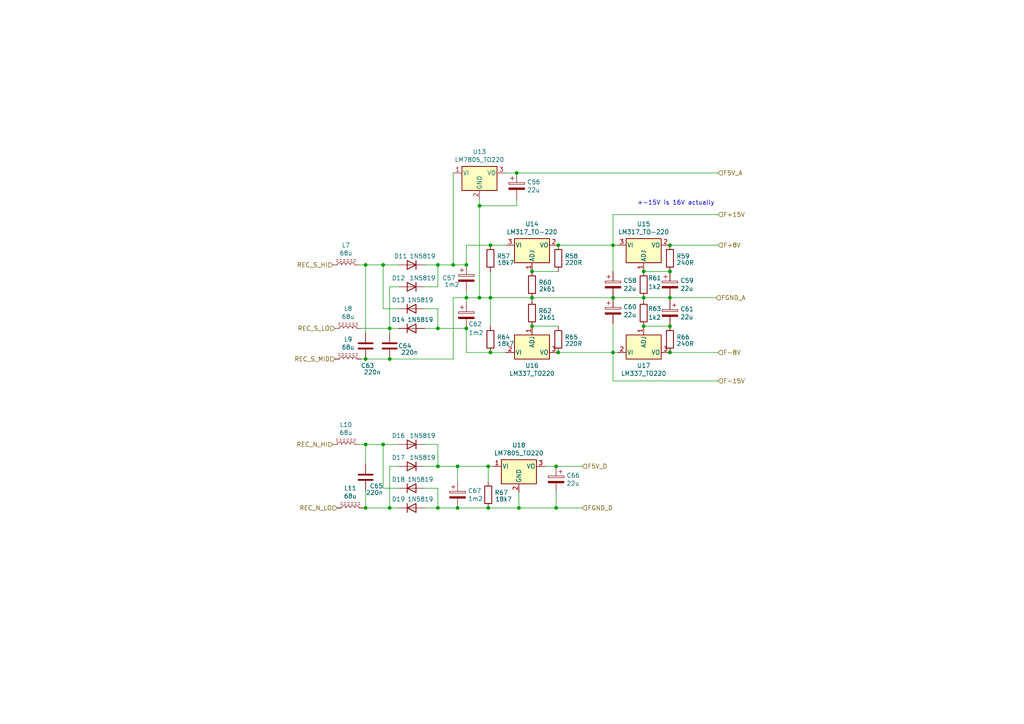
<source format=kicad_sch>
(kicad_sch (version 20211123) (generator eeschema)
  (paper "A4")
  (lib_symbols
    (symbol "Device:C" (pin_numbers hide) (pin_names (offset 0.254))
      (property "Reference" "C" (at 0.635 2.54 0))
      (property "Value" "C" (at 0.635 -2.54 0))
      (symbol "C_0_1"
        (polyline (pts (xy -2.032 -0.762) (xy 2.032 -0.762)) (stroke (width 0.508)))
        (polyline (pts (xy -2.032 0.762) (xy 2.032 0.762)) (stroke (width 0.508)))
      )
      (symbol "C_1_1"
        (pin passive line (at 0 3.81 270) (length 2.794) (name "~") (number "1"))
        (pin passive line (at 0 -3.81 90) (length 2.794) (name "~") (number "2"))
      )
    )
    (symbol "Device:CP" (pin_numbers hide) (pin_names (offset 0.254))
      (property "Reference" "C" (at 0.635 2.54 0))
      (property "Value" "Device_CP" (at 0.635 -2.54 0))
      (symbol "CP_0_1"
        (rectangle (start -2.286 0.508) (end 2.286 1.016))
        (polyline (pts (xy -1.778 2.286) (xy -0.762 2.286)))
        (polyline (pts (xy -1.27 2.794) (xy -1.27 1.778)))
        (rectangle (start 2.286 -0.508) (end -2.286 -1.016) (fill (type outline)))
      )
      (symbol "CP_1_1"
        (pin passive line (at 0 3.81 270) (length 2.794) (name "~") (number "1"))
        (pin passive line (at 0 -3.81 90) (length 2.794) (name "~") (number "2"))
      )
    )
    (symbol "Device:L_Core_Ferrite" (pin_numbers hide) (pin_names (offset 1.016) hide)
      (property "Reference" "L" (at -1.27 0 90))
      (property "Value" "Device_L_Core_Ferrite" (at 2.794 0 90))
      (symbol "L_Core_Ferrite_0_1"
        (arc (start 0 -2.54) (mid 0.635 -1.905) (end 0 -1.27))
        (arc (start 0 -1.27) (mid 0.635 -0.635) (end 0 0))
        (polyline (pts (xy 1.016 -2.794) (xy 1.016 -2.286)))
        (polyline (pts (xy 1.016 -1.778) (xy 1.016 -1.27)))
        (polyline (pts (xy 1.016 -0.762) (xy 1.016 -0.254)))
        (polyline (pts (xy 1.016 0.254) (xy 1.016 0.762)))
        (polyline (pts (xy 1.016 1.27) (xy 1.016 1.778)))
        (polyline (pts (xy 1.016 2.286) (xy 1.016 2.794)))
        (polyline (pts (xy 1.524 -2.286) (xy 1.524 -2.794)))
        (polyline (pts (xy 1.524 -1.27) (xy 1.524 -1.778)))
        (polyline (pts (xy 1.524 -0.254) (xy 1.524 -0.762)))
        (polyline (pts (xy 1.524 0.762) (xy 1.524 0.254)))
        (polyline (pts (xy 1.524 1.778) (xy 1.524 1.27)))
        (polyline (pts (xy 1.524 2.794) (xy 1.524 2.286)))
        (arc (start 0 0) (mid 0.635 0.635) (end 0 1.27))
        (arc (start 0 1.27) (mid 0.635 1.905) (end 0 2.54))
      )
      (symbol "L_Core_Ferrite_1_1"
        (pin passive line (at 0 3.81 270) (length 1.27) (name "1") (number "1"))
        (pin passive line (at 0 -3.81 90) (length 1.27) (name "2") (number "2"))
      )
    )
    (symbol "Device:R" (pin_numbers hide) (pin_names (offset 0))
      (property "Reference" "R" (at 2.032 0 90))
      (property "Value" "R" (at 0 0 90))
      (symbol "R_0_1"
        (rectangle (start -1.016 -2.54) (end 1.016 2.54) (stroke (width 0.254)))
      )
      (symbol "R_1_1"
        (pin passive line (at 0 3.81 270) (length 1.27) (name "~") (number "1"))
        (pin passive line (at 0 -3.81 90) (length 1.27) (name "~") (number "2"))
      )
    )
    (symbol "Diode:1N4007" (pin_numbers hide) (pin_names (offset 1.016) hide)
      (property "Reference" "D" (at 0 2.54 0))
      (property "Value" "1N4007" (at 0 -2.54 0))
      (symbol "1N4007_0_1"
        (polyline (pts (xy -1.27 1.27) (xy -1.27 -1.27)) (stroke (width 0.254)))
        (polyline (pts (xy 1.27 0) (xy -1.27 0)))
        (polyline (pts (xy 1.27 1.27) (xy 1.27 -1.27) (xy -1.27 0) (xy 1.27 1.27)) (stroke (width 0.254)))
      )
      (symbol "1N4007_1_1"
        (pin passive line (at -3.81 0 0) (length 2.54) (name "K") (number "1"))
        (pin passive line (at 3.81 0 180) (length 2.54) (name "A") (number "2"))
      )
    )
    (symbol "Regulator_Linear:LM317_TO-220" (pin_names (offset 0.254))
      (property "Reference" "U" (at -3.81 3.175 0))
      (property "Value" "LM317_TO-220" (at 0 3.175 0))
      (symbol "LM317_TO-220_0_1"
        (rectangle (start -5.08 1.905) (end 5.08 -5.08) (stroke (width 0.254)) (fill (type background)))
      )
      (symbol "LM317_TO-220_1_1"
        (pin input line (at 0 -7.62 90) (length 2.54) (name "ADJ") (number "1"))
        (pin power_out line (at 7.62 0 180) (length 2.54) (name "VO") (number "2"))
        (pin power_in line (at -7.62 0 0) (length 2.54) (name "VI") (number "3"))
      )
    )
    (symbol "Regulator_Linear:LM337_TO220" (pin_names (offset 0.254))
      (property "Reference" "U" (at -3.81 -3.175 0))
      (property "Value" "LM337_TO220" (at 0 -3.175 0))
      (symbol "LM337_TO220_0_1"
        (rectangle (start -5.08 5.08) (end 5.08 -1.905) (stroke (width 0.254)) (fill (type background)))
      )
      (symbol "LM337_TO220_1_1"
        (pin input line (at 0 7.62 270) (length 2.54) (name "ADJ") (number "1"))
        (pin power_in line (at -7.62 0 0) (length 2.54) (name "VI") (number "2"))
        (pin power_out line (at 7.62 0 180) (length 2.54) (name "VO") (number "3"))
      )
    )
    (symbol "Regulator_Linear:LM7805_TO220" (pin_names (offset 0.254))
      (property "Reference" "U" (at -3.81 3.175 0))
      (property "Value" "LM7805_TO220" (at 0 3.175 0))
      (symbol "LM7805_TO220_0_1"
        (rectangle (start -5.08 1.905) (end 5.08 -5.08) (stroke (width 0.254)) (fill (type background)))
      )
      (symbol "LM7805_TO220_1_1"
        (pin power_in line (at -7.62 0 0) (length 2.54) (name "VI") (number "1"))
        (pin power_in line (at 0 -7.62 90) (length 2.54) (name "GND") (number "2"))
        (pin power_out line (at 7.62 0 180) (length 2.54) (name "VO") (number "3"))
      )
    )
  )
  (junction (at 135.255 95.25))
  (junction (at 127 76.835))
  (junction (at 132.715 135.255))
  (junction (at 139.065 59.69))
  (junction (at 161.29 135.255))
  (junction (at 177.8 71.12))
  (junction (at 177.8 102.235))
  (junction (at 154.305 94.615))
  (junction (at 150.495 147.32))
  (junction (at 113.03 147.32))
  (junction (at 127 95.25))
  (junction (at 161.925 102.235))
  (junction (at 194.31 78.74))
  (junction (at 194.31 94.615))
  (junction (at 161.29 147.32))
  (junction (at 154.305 78.74))
  (junction (at 142.24 86.36))
  (junction (at 194.31 71.12))
  (junction (at 139.065 86.36))
  (junction (at 141.605 147.32))
  (junction (at 141.605 135.255))
  (junction (at 132.715 147.32))
  (junction (at 113.03 104.14))
  (junction (at 149.86 50.165))
  (junction (at 194.31 102.235))
  (junction (at 127 135.255))
  (junction (at 135.255 76.835))
  (junction (at 131.445 76.835))
  (junction (at 127 147.32))
  (junction (at 142.24 102.235))
  (junction (at 142.24 71.12))
  (junction (at 111.125 76.835))
  (junction (at 113.03 95.25))
  (junction (at 186.69 86.36))
  (junction (at 111.125 128.905))
  (junction (at 135.255 86.36))
  (junction (at 186.69 78.74))
  (junction (at 154.305 86.36))
  (junction (at 106.045 76.835))
  (junction (at 186.69 94.615))
  (junction (at 106.045 104.14))
  (junction (at 106.045 147.32))
  (junction (at 161.925 71.12))
  (junction (at 194.31 86.36))
  (junction (at 106.045 128.905))
  (junction (at 177.8 86.36))
  (wire (pts (xy 132.715 147.32) (xy 141.605 147.32)))
  (wire (pts (xy 127 147.32) (xy 127 141.605)))
  (wire (pts (xy 127 128.905) (xy 123.19 128.905)))
  (wire (pts (xy 127 141.605) (xy 123.19 141.605)))
  (wire (pts (xy 141.605 135.255) (xy 132.715 135.255)))
  (wire (pts (xy 186.69 94.615) (xy 194.31 94.615)))
  (wire (pts (xy 132.715 135.255) (xy 132.715 139.7)))
  (wire (pts (xy 104.775 104.14) (xy 106.045 104.14)))
  (wire (pts (xy 135.255 102.235) (xy 135.255 95.25)))
  (wire (pts (xy 113.03 83.185) (xy 113.03 95.25)))
  (wire (pts (xy 177.8 110.49) (xy 208.28 110.49)))
  (wire (pts (xy 127 135.255) (xy 132.715 135.255)))
  (wire (pts (xy 106.045 147.32) (xy 113.03 147.32)))
  (wire (pts (xy 141.605 147.32) (xy 150.495 147.32)))
  (wire (pts (xy 177.8 86.36) (xy 186.69 86.36)))
  (wire (pts (xy 132.715 147.32) (xy 127 147.32)))
  (wire (pts (xy 131.445 104.14) (xy 131.445 86.36)))
  (wire (pts (xy 127 83.185) (xy 127 76.835)))
  (wire (pts (xy 104.14 76.835) (xy 106.045 76.835)))
  (wire (pts (xy 127 76.835) (xy 123.19 76.835)))
  (wire (pts (xy 154.305 86.995) (xy 154.305 86.36)))
  (wire (pts (xy 177.8 71.12) (xy 179.07 71.12)))
  (wire (pts (xy 161.925 102.235) (xy 177.8 102.235)))
  (wire (pts (xy 161.925 71.12) (xy 177.8 71.12)))
  (wire (pts (xy 194.31 71.12) (xy 208.28 71.12)))
  (wire (pts (xy 177.8 102.235) (xy 179.07 102.235)))
  (wire (pts (xy 142.24 102.235) (xy 135.255 102.235)))
  (wire (pts (xy 150.495 147.32) (xy 150.495 142.875)))
  (wire (pts (xy 123.19 135.255) (xy 127 135.255)))
  (wire (pts (xy 113.03 135.255) (xy 113.03 147.32)))
  (wire (pts (xy 113.03 95.25) (xy 115.57 95.25)))
  (wire (pts (xy 154.305 94.615) (xy 161.925 94.615)))
  (wire (pts (xy 141.605 139.7) (xy 141.605 135.255)))
  (wire (pts (xy 106.045 128.905) (xy 111.125 128.905)))
  (wire (pts (xy 139.065 59.69) (xy 139.065 86.36)))
  (wire (pts (xy 127 89.535) (xy 123.19 89.535)))
  (wire (pts (xy 161.29 135.255) (xy 168.91 135.255)))
  (wire (pts (xy 115.57 135.255) (xy 113.03 135.255)))
  (wire (pts (xy 194.31 86.995) (xy 194.31 86.36)))
  (wire (pts (xy 131.445 86.36) (xy 135.255 86.36)))
  (wire (pts (xy 127 95.25) (xy 127 89.535)))
  (wire (pts (xy 135.255 86.36) (xy 135.255 84.455)))
  (wire (pts (xy 135.255 87.63) (xy 135.255 86.36)))
  (wire (pts (xy 105.41 147.32) (xy 106.045 147.32)))
  (wire (pts (xy 177.8 62.23) (xy 208.28 62.23)))
  (wire (pts (xy 135.255 71.12) (xy 135.255 76.835)))
  (wire (pts (xy 123.19 83.185) (xy 127 83.185)))
  (wire (pts (xy 154.305 86.36) (xy 142.24 86.36)))
  (wire (pts (xy 111.125 76.835) (xy 115.57 76.835)))
  (wire (pts (xy 186.69 86.36) (xy 194.31 86.36)))
  (wire (pts (xy 113.03 104.14) (xy 131.445 104.14)))
  (wire (pts (xy 158.115 135.255) (xy 161.29 135.255)))
  (wire (pts (xy 142.24 71.12) (xy 135.255 71.12)))
  (wire (pts (xy 154.305 86.36) (xy 177.8 86.36)))
  (wire (pts (xy 127 135.255) (xy 127 128.905)))
  (wire (pts (xy 106.045 76.835) (xy 111.125 76.835)))
  (wire (pts (xy 150.495 147.32) (xy 161.29 147.32)))
  (wire (pts (xy 177.8 71.12) (xy 177.8 78.74)))
  (wire (pts (xy 106.045 134.62) (xy 106.045 128.905)))
  (wire (pts (xy 111.125 141.605) (xy 111.125 128.905)))
  (wire (pts (xy 115.57 141.605) (xy 111.125 141.605)))
  (wire (pts (xy 161.29 142.875) (xy 161.29 147.32)))
  (wire (pts (xy 142.24 78.74) (xy 142.24 86.36)))
  (wire (pts (xy 113.03 96.52) (xy 113.03 95.25)))
  (wire (pts (xy 194.31 102.235) (xy 208.28 102.235)))
  (wire (pts (xy 106.045 96.52) (xy 106.045 76.835)))
  (wire (pts (xy 135.255 76.835) (xy 131.445 76.835)))
  (wire (pts (xy 142.24 94.615) (xy 142.24 86.36)))
  (wire (pts (xy 131.445 50.165) (xy 131.445 76.835)))
  (wire (pts (xy 177.8 93.98) (xy 177.8 102.235)))
  (wire (pts (xy 111.125 89.535) (xy 111.125 76.835)))
  (wire (pts (xy 123.19 95.25) (xy 127 95.25)))
  (wire (pts (xy 104.14 128.905) (xy 106.045 128.905)))
  (wire (pts (xy 149.86 57.785) (xy 149.86 59.69)))
  (wire (pts (xy 177.8 102.235) (xy 177.8 110.49)))
  (wire (pts (xy 194.31 86.36) (xy 207.645 86.36)))
  (wire (pts (xy 149.86 50.165) (xy 208.28 50.165)))
  (wire (pts (xy 111.125 128.905) (xy 115.57 128.905)))
  (wire (pts (xy 146.685 102.235) (xy 142.24 102.235)))
  (wire (pts (xy 139.065 57.785) (xy 139.065 59.69)))
  (wire (pts (xy 146.685 50.165) (xy 149.86 50.165)))
  (wire (pts (xy 149.86 59.69) (xy 139.065 59.69)))
  (wire (pts (xy 186.69 78.74) (xy 194.31 78.74)))
  (wire (pts (xy 142.875 135.255) (xy 141.605 135.255)))
  (wire (pts (xy 177.8 71.12) (xy 177.8 62.23)))
  (wire (pts (xy 139.065 86.36) (xy 135.255 86.36)))
  (wire (pts (xy 146.685 71.12) (xy 142.24 71.12)))
  (wire (pts (xy 135.255 95.25) (xy 127 95.25)))
  (wire (pts (xy 115.57 83.185) (xy 113.03 83.185)))
  (wire (pts (xy 139.065 86.36) (xy 142.24 86.36)))
  (wire (pts (xy 104.775 95.25) (xy 113.03 95.25)))
  (wire (pts (xy 186.69 86.995) (xy 186.69 86.36)))
  (wire (pts (xy 161.29 147.32) (xy 168.91 147.32)))
  (wire (pts (xy 131.445 76.835) (xy 127 76.835)))
  (wire (pts (xy 106.045 104.14) (xy 113.03 104.14)))
  (wire (pts (xy 115.57 89.535) (xy 111.125 89.535)))
  (wire (pts (xy 154.305 78.74) (xy 161.925 78.74)))
  (wire (pts (xy 113.03 147.32) (xy 115.57 147.32)))
  (wire (pts (xy 106.045 142.24) (xy 106.045 147.32)))
  (wire (pts (xy 123.19 147.32) (xy 127 147.32)))
  (text "+-15V is 16V actually" (at 184.785 59.69 0) (effects (font (size 1.27 1.27)) (justify left bottom)))
  (hierarchical_label "F5V_D" (shape input) (at 168.91 135.255 0))
  (hierarchical_label "REC_S_HI" (shape input) (at 96.52 76.835 180))
  (hierarchical_label "REC_S_LO" (shape input) (at 97.155 95.25 180))
  (hierarchical_label "F5V_A" (shape input) (at 208.28 50.165 0))
  (hierarchical_label "REC_N_HI" (shape input) (at 96.52 128.905 180))
  (hierarchical_label "REC_N_LO" (shape input) (at 97.79 147.32 180))
  (hierarchical_label "F+8V" (shape input) (at 208.28 71.12 0))
  (hierarchical_label "F+15V" (shape input) (at 208.28 62.23 0))
  (hierarchical_label "F-15V" (shape input) (at 208.28 110.49 0))
  (hierarchical_label "FGND_D" (shape input) (at 168.91 147.32 0))
  (hierarchical_label "F-8V" (shape input) (at 208.28 102.235 0))
  (hierarchical_label "FGND_A" (shape input) (at 207.645 86.36 0))
  (hierarchical_label "REC_S_MID" (shape input) (at 97.155 104.14 180))
  (symbol (lib_id "Device:R") (at 161.925 98.425 0) (unit 1)
    (property "Reference" "R65" (at 165.735 97.79 0))
    (property "Value" "220R" (at 166.37 99.695 0))
    (property "Footprint" "Resistor_SMD:R_MiniMELF_MMA-0204" (effects hide))
    (property "PN" "MMA02040C2200" (effects hide))
    (property "supplier" "TME" (effects hide))
  )
  (symbol (lib_id "Diode:1N4007") (at 119.38 135.255 180) (unit 1)
    (property "Reference" "D17" (at 115.57 132.715 0))
    (property "Value" "1N5819" (at 122.555 132.715 0))
    (property "Footprint" "Diode_SMD:D_MELF" (effects hide))
    (property "Datasheet" "http://www.vishay.com/docs/88503/1n4001.pdf" (effects hide))
    (property "PN" "SM5819" (effects hide))
    (property "supplier" "TME" (effects hide))
  )
  (symbol (lib_id "Diode:1N4007") (at 119.38 147.32 0) (mirror x) (unit 1)
    (property "Reference" "D19" (at 115.57 144.78 0))
    (property "Value" "1N5819" (at 121.92 144.78 0))
    (property "Footprint" "Diode_SMD:D_MELF" (effects hide))
    (property "Datasheet" "http://www.vishay.com/docs/88503/1n4001.pdf" (effects hide))
    (property "PN" "SM5819" (effects hide))
    (property "supplier" "TME" (effects hide))
  )
  (symbol (lib_id "Device:CP") (at 135.255 91.44 0) (unit 1)
    (property "Reference" "C62" (at 135.89 93.98 0) (effects (justify left)))
    (property "Value" "1m2" (at 135.89 96.52 0) (effects (justify left)))
    (property "Footprint" "Capacitor_THT:CP_Radial_D12.5mm_P5.00mm" (effects hide))
    (property "supplier" "TME" (effects hide))
    (property "PN" "EEUFR1V122B" (effects hide))
  )
  (symbol (lib_id "Regulator_Linear:LM337_TO220") (at 154.305 102.235 0) (unit 1)
    (property "Reference" "U16" (at 154.305 106.0196 0))
    (property "Value" "LM337_TO220" (at 154.305 108.331 0))
    (property "Footprint" "Package_TO_SOT_THT:TO-220-3_Vertical" (effects hide))
    (property "Datasheet" "http://www.ti.com/lit/ds/symlink/lm337-n.pdf" (effects hide))
    (property "PN" "LM337TG" (effects hide))
    (property "supplier" "TME" (effects hide))
  )
  (symbol (lib_id "Diode:1N4007") (at 119.38 83.185 180) (unit 1)
    (property "Reference" "D12" (at 115.57 80.645 0))
    (property "Value" "1N5819" (at 122.555 80.645 0))
    (property "Footprint" "Diode_SMD:D_MELF" (effects hide))
    (property "Datasheet" "http://www.vishay.com/docs/88503/1n4001.pdf" (effects hide))
    (property "PN" "SM5819" (effects hide))
    (property "supplier" "TME" (effects hide))
  )
  (symbol (lib_id "Device:R") (at 154.305 82.55 0) (unit 1)
    (property "Reference" "R60" (at 158.115 81.915 0))
    (property "Value" "2k61" (at 158.75 83.82 0))
    (property "Footprint" "Resistor_SMD:R_MiniMELF_MMA-0204" (effects hide))
    (property "supplier" "MOUSER" (effects hide))
    (property "PN" "MMA02040C2611FB3" (effects hide))
  )
  (symbol (lib_id "Regulator_Linear:LM7805_TO220") (at 150.495 135.255 0) (unit 1)
    (property "Reference" "U18" (at 150.495 129.1082 0))
    (property "Value" "LM7805_TO220" (at 150.495 131.4196 0))
    (property "Footprint" "Package_TO_SOT_THT:TO-220-3_Vertical" (effects hide))
    (property "Datasheet" "https://www.onsemi.cn/PowerSolutions/document/MC7800-D.PDF" (effects hide))
    (property "PN" "L7805ABV" (effects hide))
    (property "supplier" "TME" (effects hide))
  )
  (symbol (lib_id "Device:C") (at 106.045 100.33 180) (unit 1)
    (property "Reference" "C63" (at 108.585 106.045 0) (effects (justify left)))
    (property "Value" "220n" (at 110.49 107.95 0) (effects (justify left)))
    (property "Footprint" "Capacitor_SMD:C_0805_2012Metric_Pad1.18x1.45mm_HandSolder" (effects hide))
    (property "PN" "VJ0805Y224KXATW1BC" (effects hide))
    (property "supplier" "TME" (effects hide))
  )
  (symbol (lib_id "Diode:1N4007") (at 119.38 128.905 180) (unit 1)
    (property "Reference" "D16" (at 115.57 126.365 0))
    (property "Value" "1N5819" (at 122.555 126.365 0))
    (property "Footprint" "Diode_SMD:D_MELF" (effects hide))
    (property "Datasheet" "http://www.vishay.com/docs/88503/1n4001.pdf" (effects hide))
    (property "PN" "SM5819" (effects hide))
    (property "supplier" "TME" (effects hide))
  )
  (symbol (lib_id "Device:L_Core_Ferrite") (at 100.965 104.14 90) (unit 1)
    (property "Reference" "L9" (at 100.965 98.425 90))
    (property "Value" "68u" (at 100.965 100.7364 90))
    (property "Footprint" "Inductor_SMD:L_Bourns_SRN6045TA" (effects hide))
    (property "PN" "SRN6045TA-680M" (effects hide))
    (property "supplier" "TME" (effects hide))
  )
  (symbol (lib_id "Device:CP") (at 177.8 90.17 0) (unit 1)
    (property "Reference" "C60" (at 180.7972 89.0016 0) (effects (justify left)))
    (property "Value" "22u" (at 180.7972 91.313 0) (effects (justify left)))
    (property "Footprint" "Capacitor_Tantalum_SMD:CP_EIA-6032-28_Kemet-C_Pad2.25x2.35mm_HandSolder" (effects hide))
    (property "PN" "T491C226K025AT" (effects hide))
    (property "supplier" "TME" (effects hide))
  )
  (symbol (lib_id "Regulator_Linear:LM317_TO-220") (at 154.305 71.12 0) (unit 1)
    (property "Reference" "U14" (at 154.305 64.9732 0))
    (property "Value" "LM317_TO-220" (at 154.305 67.2846 0))
    (property "Footprint" "Package_TO_SOT_THT:TO-220-3_Vertical" (effects hide))
    (property "Datasheet" "http://www.ti.com/lit/ds/symlink/lm317.pdf" (effects hide))
    (property "PN" "LM317BTG" (effects hide))
    (property "supplier" "TME" (effects hide))
  )
  (symbol (lib_id "Device:L_Core_Ferrite") (at 101.6 147.32 90) (unit 1)
    (property "Reference" "L11" (at 101.6 141.605 90))
    (property "Value" "68u" (at 101.6 143.9164 90))
    (property "Footprint" "Inductor_SMD:L_Bourns_SRN6045TA" (effects hide))
    (property "PN" "SRN6045TA-680M" (effects hide))
    (property "supplier" "TME" (effects hide))
  )
  (symbol (lib_id "Device:R") (at 142.24 74.93 0) (unit 1)
    (property "Reference" "R57" (at 146.05 74.295 0))
    (property "Value" "18k7" (at 146.685 76.2 0))
    (property "Footprint" "Resistor_SMD:R_MiniMELF_MMA-0204" (effects hide))
    (property "PN" "SMDMM0204-18K7" (effects hide))
    (property "supplier" "TME" (effects hide))
  )
  (symbol (lib_id "Device:R") (at 161.925 74.93 0) (unit 1)
    (property "Reference" "R58" (at 165.735 74.295 0))
    (property "Value" "220R" (at 166.37 76.2 0))
    (property "Footprint" "Resistor_SMD:R_MiniMELF_MMA-0204" (effects hide))
    (property "PN" "MMA02040C2200" (effects hide))
    (property "supplier" "TME" (effects hide))
  )
  (symbol (lib_id "Device:R") (at 186.69 90.805 0) (unit 1)
    (property "Reference" "R63" (at 189.865 89.535 0))
    (property "Value" "1k2" (at 189.865 92.075 0))
    (property "Footprint" "Resistor_SMD:R_MiniMELF_MMA-0204" (effects hide))
    (property "PN" "MMA02040C1201" (effects hide))
    (property "supplier" "TME" (effects hide))
  )
  (symbol (lib_id "Regulator_Linear:LM7805_TO220") (at 139.065 50.165 0) (unit 1)
    (property "Reference" "U13" (at 139.065 44.0182 0))
    (property "Value" "LM7805_TO220" (at 139.065 46.3296 0))
    (property "Footprint" "Package_TO_SOT_THT:TO-220-3_Vertical" (effects hide))
    (property "Datasheet" "https://www.onsemi.cn/PowerSolutions/document/MC7800-D.PDF" (effects hide))
    (property "PN" "L7805ABV" (effects hide))
    (property "supplier" "TME" (effects hide))
  )
  (symbol (lib_id "Device:R") (at 154.305 90.805 0) (unit 1)
    (property "Reference" "R62" (at 158.115 90.17 0))
    (property "Value" "2k61" (at 158.75 92.075 0))
    (property "Footprint" "Resistor_SMD:R_MiniMELF_MMA-0204" (effects hide))
    (property "supplier" "MOUSER" (effects hide))
    (property "PN" "MMA02040C2611FB3" (effects hide))
  )
  (symbol (lib_id "Device:R") (at 141.605 143.51 0) (unit 1)
    (property "Reference" "R67" (at 145.415 142.875 0))
    (property "Value" "18k7" (at 146.05 144.78 0))
    (property "Footprint" "Resistor_SMD:R_MiniMELF_MMA-0204" (effects hide))
    (property "PN" "SMDMM0204-18K7" (effects hide))
    (property "supplier" "TME" (effects hide))
  )
  (symbol (lib_id "Device:CP") (at 194.31 90.805 0) (mirror y) (unit 1)
    (property "Reference" "C61" (at 197.3072 89.6366 0) (effects (justify right)))
    (property "Value" "22u" (at 197.3072 91.948 0) (effects (justify right)))
    (property "Footprint" "Capacitor_Tantalum_SMD:CP_EIA-6032-28_Kemet-C_Pad2.25x2.35mm_HandSolder" (effects hide))
    (property "PN" "T491C226K025AT" (effects hide))
    (property "supplier" "TME" (effects hide))
  )
  (symbol (lib_id "Device:CP") (at 161.29 139.065 0) (mirror y) (unit 1)
    (property "Reference" "C66" (at 164.2872 137.8966 0) (effects (justify right)))
    (property "Value" "22u" (at 164.2872 140.208 0) (effects (justify right)))
    (property "Footprint" "Capacitor_Tantalum_SMD:CP_EIA-6032-28_Kemet-C_Pad2.25x2.35mm_HandSolder" (effects hide))
    (property "PN" "T491C226K025AT" (effects hide))
    (property "supplier" "TME" (effects hide))
  )
  (symbol (lib_id "Device:CP") (at 177.8 82.55 0) (unit 1)
    (property "Reference" "C58" (at 180.7972 81.3816 0) (effects (justify left)))
    (property "Value" "22u" (at 180.7972 83.693 0) (effects (justify left)))
    (property "Footprint" "Capacitor_Tantalum_SMD:CP_EIA-6032-28_Kemet-C_Pad2.25x2.35mm_HandSolder" (effects hide))
    (property "PN" "T491C226K025AT" (effects hide))
    (property "supplier" "TME" (effects hide))
  )
  (symbol (lib_id "Diode:1N4007") (at 119.38 76.835 180) (unit 1)
    (property "Reference" "D11" (at 116.205 74.295 0))
    (property "Value" "1N5819" (at 122.555 74.295 0))
    (property "Footprint" "Diode_SMD:D_MELF" (effects hide))
    (property "Datasheet" "http://www.vishay.com/docs/88503/1n4001.pdf" (effects hide))
    (property "PN" "SM5819" (effects hide))
    (property "supplier" "TME" (effects hide))
  )
  (symbol (lib_id "Device:CP") (at 149.86 53.975 0) (unit 1)
    (property "Reference" "C56" (at 152.8572 52.8066 0) (effects (justify left)))
    (property "Value" "22u" (at 152.8572 55.118 0) (effects (justify left)))
    (property "Footprint" "Capacitor_Tantalum_SMD:CP_EIA-6032-28_Kemet-C_Pad2.25x2.35mm_HandSolder" (effects hide))
    (property "PN" "T491C226K025AT" (effects hide))
    (property "supplier" "TME" (effects hide))
  )
  (symbol (lib_id "Device:L_Core_Ferrite") (at 100.965 95.25 90) (unit 1)
    (property "Reference" "L8" (at 100.965 89.535 90))
    (property "Value" "68u" (at 100.965 91.8464 90))
    (property "Footprint" "Inductor_SMD:L_Bourns_SRN6045TA" (effects hide))
    (property "PN" "SRN6045TA-680M" (effects hide))
    (property "supplier" "TME" (effects hide))
  )
  (symbol (lib_id "Device:L_Core_Ferrite") (at 100.33 76.835 90) (unit 1)
    (property "Reference" "L7" (at 100.33 71.12 90))
    (property "Value" "68u" (at 100.33 73.4314 90))
    (property "Footprint" "Inductor_SMD:L_Bourns_SRN6045TA" (effects hide))
    (property "PN" "SRN6045TA-680M" (effects hide))
    (property "supplier" "TME" (effects hide))
  )
  (symbol (lib_id "Device:CP") (at 135.255 80.645 0) (unit 1)
    (property "Reference" "C57" (at 128.27 80.645 0) (effects (justify left)))
    (property "Value" "1m2" (at 128.905 82.55 0) (effects (justify left)))
    (property "Footprint" "Capacitor_THT:CP_Radial_D12.5mm_P5.00mm" (effects hide))
    (property "supplier" "TME" (effects hide))
    (property "PN" "EEUFR1V122B" (effects hide))
  )
  (symbol (lib_id "Device:CP") (at 132.715 143.51 0) (unit 1)
    (property "Reference" "C67" (at 135.7122 142.3416 0) (effects (justify left)))
    (property "Value" "1m2" (at 135.7122 144.653 0) (effects (justify left)))
    (property "Footprint" "Capacitor_THT:CP_Radial_D12.5mm_P5.00mm" (effects hide))
    (property "supplier" "TME" (effects hide))
    (property "PN" "EEUFR1V122B" (effects hide))
  )
  (symbol (lib_id "Device:C") (at 106.045 138.43 180) (unit 1)
    (property "Reference" "C65" (at 111.125 140.97 0) (effects (justify left)))
    (property "Value" "220n" (at 111.125 142.875 0) (effects (justify left)))
    (property "Footprint" "Capacitor_SMD:C_0805_2012Metric_Pad1.18x1.45mm_HandSolder" (effects hide))
    (property "PN" "VJ0805Y224KXATW1BC" (effects hide))
    (property "supplier" "TME" (effects hide))
  )
  (symbol (lib_id "Device:R") (at 194.31 98.425 0) (unit 1)
    (property "Reference" "R66" (at 198.12 97.79 0))
    (property "Value" "240R" (at 198.755 99.695 0))
    (property "Footprint" "Resistor_SMD:R_MiniMELF_MMA-0204" (effects hide))
    (property "PN" "MMA02040C2400" (effects hide))
    (property "supplier" "TME" (effects hide))
  )
  (symbol (lib_id "Diode:1N4007") (at 119.38 89.535 0) (mirror x) (unit 1)
    (property "Reference" "D13" (at 115.57 86.995 0))
    (property "Value" "1N5819" (at 121.92 86.995 0))
    (property "Footprint" "Diode_SMD:D_MELF" (effects hide))
    (property "Datasheet" "http://www.vishay.com/docs/88503/1n4001.pdf" (effects hide))
    (property "PN" "SM5819" (effects hide))
    (property "supplier" "TME" (effects hide))
  )
  (symbol (lib_id "Device:R") (at 186.69 82.55 0) (unit 1)
    (property "Reference" "R61" (at 189.865 80.645 0))
    (property "Value" "1k2" (at 189.865 83.185 0))
    (property "Footprint" "Resistor_SMD:R_MiniMELF_MMA-0204" (effects hide))
    (property "PN" "MMA02040C1201" (effects hide))
    (property "supplier" "TME" (effects hide))
  )
  (symbol (lib_id "Regulator_Linear:LM317_TO-220") (at 186.69 71.12 0) (unit 1)
    (property "Reference" "U15" (at 186.69 64.9732 0))
    (property "Value" "LM317_TO-220" (at 186.69 67.2846 0))
    (property "Footprint" "Package_TO_SOT_THT:TO-220-3_Vertical" (effects hide))
    (property "Datasheet" "http://www.ti.com/lit/ds/symlink/lm317.pdf" (effects hide))
    (property "PN" "LM317BTG" (effects hide))
    (property "supplier" "TME" (effects hide))
  )
  (symbol (lib_id "Device:R") (at 142.24 98.425 0) (unit 1)
    (property "Reference" "R64" (at 146.05 97.79 0))
    (property "Value" "18k7" (at 146.685 99.695 0))
    (property "Footprint" "Resistor_SMD:R_MiniMELF_MMA-0204" (effects hide))
    (property "PN" "SMDMM0204-18K7" (effects hide))
    (property "supplier" "TME" (effects hide))
  )
  (symbol (lib_id "Device:C") (at 113.03 100.33 180) (unit 1)
    (property "Reference" "C64" (at 119.38 100.33 0) (effects (justify left)))
    (property "Value" "220n" (at 121.285 102.235 0) (effects (justify left)))
    (property "Footprint" "Capacitor_SMD:C_0805_2012Metric_Pad1.18x1.45mm_HandSolder" (effects hide))
    (property "PN" "VJ0805Y224KXATW1BC" (effects hide))
    (property "supplier" "TME" (effects hide))
  )
  (symbol (lib_id "Diode:1N4007") (at 119.38 95.25 0) (mirror x) (unit 1)
    (property "Reference" "D14" (at 115.57 92.71 0))
    (property "Value" "1N5819" (at 121.92 92.71 0))
    (property "Footprint" "Diode_SMD:D_MELF" (effects hide))
    (property "Datasheet" "http://www.vishay.com/docs/88503/1n4001.pdf" (effects hide))
    (property "PN" "SM5819" (effects hide))
    (property "supplier" "TME" (effects hide))
  )
  (symbol (lib_id "Device:L_Core_Ferrite") (at 100.33 128.905 90) (unit 1)
    (property "Reference" "L10" (at 100.33 123.19 90))
    (property "Value" "68u" (at 100.33 125.5014 90))
    (property "Footprint" "Inductor_SMD:L_Bourns_SRN6045TA" (effects hide))
    (property "PN" "SRN6045TA-680M" (effects hide))
    (property "supplier" "TME" (effects hide))
  )
  (symbol (lib_id "Device:R") (at 194.31 74.93 0) (unit 1)
    (property "Reference" "R59" (at 198.12 74.295 0))
    (property "Value" "240R" (at 198.755 76.2 0))
    (property "Footprint" "Resistor_SMD:R_MiniMELF_MMA-0204" (effects hide))
    (property "PN" "MMA02040C2400" (effects hide))
    (property "supplier" "TME" (effects hide))
  )
  (symbol (lib_id "Device:CP") (at 194.31 82.55 0) (unit 1)
    (property "Reference" "C59" (at 197.3072 81.3816 0) (effects (justify left)))
    (property "Value" "22u" (at 197.3072 83.693 0) (effects (justify left)))
    (property "Footprint" "Capacitor_Tantalum_SMD:CP_EIA-6032-28_Kemet-C_Pad2.25x2.35mm_HandSolder" (effects hide))
    (property "PN" "T491C226K025AT" (effects hide))
    (property "supplier" "TME" (effects hide))
  )
  (symbol (lib_id "Diode:1N4007") (at 119.38 141.605 0) (mirror x) (unit 1)
    (property "Reference" "D18" (at 115.57 139.065 0))
    (property "Value" "1N5819" (at 121.92 139.065 0))
    (property "Footprint" "Diode_SMD:D_MELF" (effects hide))
    (property "Datasheet" "http://www.vishay.com/docs/88503/1n4001.pdf" (effects hide))
    (property "PN" "SM5819" (effects hide))
    (property "supplier" "TME" (effects hide))
  )
  (symbol (lib_id "Regulator_Linear:LM337_TO220") (at 186.69 102.235 0) (unit 1)
    (property "Reference" "U17" (at 186.69 106.0196 0))
    (property "Value" "LM337_TO220" (at 186.69 108.331 0))
    (property "Footprint" "Package_TO_SOT_THT:TO-220-3_Vertical" (effects hide))
    (property "Datasheet" "http://www.ti.com/lit/ds/symlink/lm337-n.pdf" (effects hide))
    (property "PN" "LM337TG" (effects hide))
    (property "supplier" "TME" (effects hide))
  )
)
</source>
